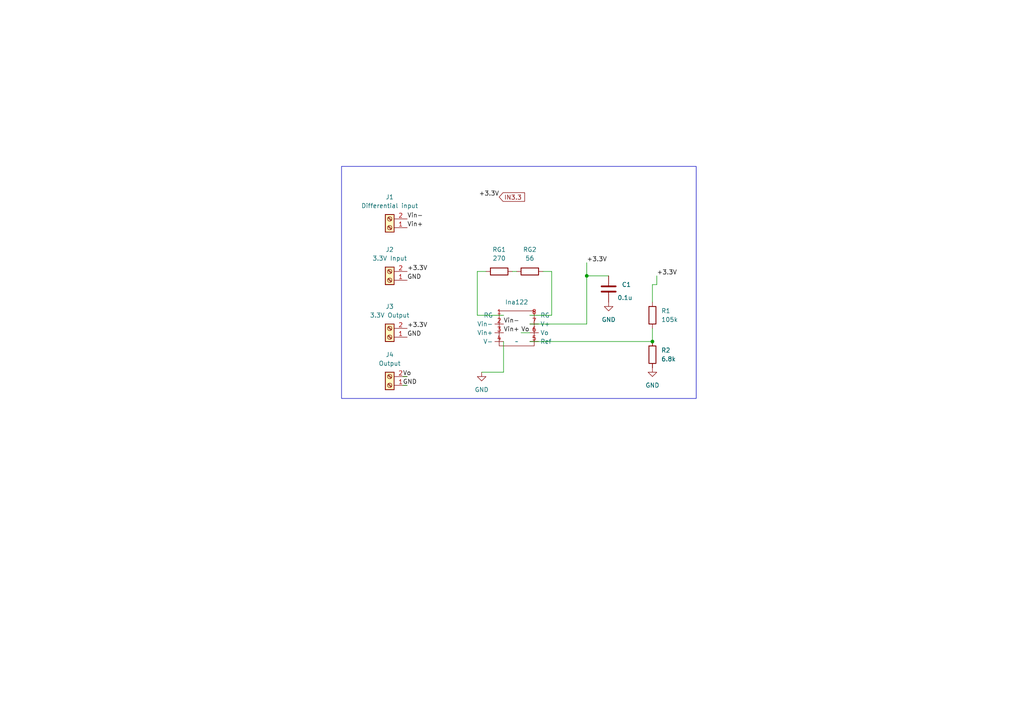
<source format=kicad_sch>
(kicad_sch (version 20230121) (generator eeschema)
  (paper "A4")
  (title_block (title "Differential Amplifier Circuit for Loadcells") (date "2023-12-09") (rev "00") (company "Group 15") (comment 1 "This circuit will apllify the differential in potential from Wheatstone - bridge") (comment 2 "It has 3.3V input ") (comment 3 "v+ , v- input from wheatstone bridge") (comment 4 "3.3V output for Wheatstone-bridge"))
  (lib_symbols
    (symbol "Connector:Screw_Terminal_01x02" (pin_names (offset 1.016) hide)
      (property "Reference" "J" (at 0 2.54 0))
      (property "Value" "Screw_Terminal_01x02" (at 0 -5.08 0))
      (symbol "Screw_Terminal_01x02_1_1"
        (rectangle (start -1.27 1.27) (end 1.27 -3.81) (stroke (width 0.254)) (fill (type background)))
        (circle (center 0 -2.54) (radius 0.635) (stroke (width 0.1524)))
        (polyline (pts (xy -0.5334 -2.2098) (xy 0.3302 -3.048)) (stroke (width 0.1524)))
        (polyline (pts (xy -0.5334 0.3302) (xy 0.3302 -0.508)) (stroke (width 0.1524)))
        (polyline (pts (xy -0.3556 -2.032) (xy 0.508 -2.8702)) (stroke (width 0.1524)))
        (polyline (pts (xy -0.3556 0.508) (xy 0.508 -0.3302)) (stroke (width 0.1524)))
        (circle (center 0 0) (radius 0.635) (stroke (width 0.1524)))
        (pin passive line (at -5.08 0 0) (length 3.81) (name "Pin_1") (number "1"))
        (pin passive line (at -5.08 -2.54 0) (length 3.81) (name "Pin_2") (number "2"))
      )
    )
    (symbol "Device:C" (pin_numbers hide) (pin_names (offset 0.254))
      (property "Reference" "C" (at 0.635 2.54 0))
      (property "Value" "C" (at 0.635 -2.54 0))
      (symbol "C_0_1"
        (polyline (pts (xy -2.032 -0.762) (xy 2.032 -0.762)) (stroke (width 0.508)))
        (polyline (pts (xy -2.032 0.762) (xy 2.032 0.762)) (stroke (width 0.508)))
      )
      (symbol "C_1_1"
        (pin passive line (at 0 3.81 270) (length 2.794) (name "~") (number "1"))
        (pin passive line (at 0 -3.81 90) (length 2.794) (name "~") (number "2"))
      )
    )
    (symbol "Device:R" (pin_numbers hide) (pin_names (offset 0))
      (property "Reference" "R" (at 2.032 0 90))
      (property "Value" "R" (at 0 0 90))
      (symbol "R_0_1"
        (rectangle (start -1.016 -2.54) (end 1.016 2.54) (stroke (width 0.254)))
      )
      (symbol "R_1_1"
        (pin passive line (at 0 3.81 270) (length 1.27) (name "~") (number "1"))
        (pin passive line (at 0 -3.81 90) (length 1.27) (name "~") (number "2"))
      )
    )
    (symbol "New_Library:INA122P"
      (property "Reference" "Ina122p1" (at 0 7.62 0))
      (property "Value" "~" (at 0 -3.81 0))
      (symbol "INA122P_0_1"
        (rectangle (start -5.08 5.08) (end 5.08 -5.08))
      )
      (symbol "INA122P_1_1"
        (pin bidirectional line (at -3.81 3.81 180) (length 2.54) (name "RG") (number "1"))
        (pin input line (at -3.81 1.27 180) (length 2.54) (name "Vin-") (number "2"))
        (pin input line (at -3.81 -1.27 180) (length 2.54) (name "Vin+") (number "3"))
        (pin power_out line (at -3.81 -3.81 180) (length 2.54) (name "V-") (number "4"))
        (pin input line (at 3.81 -3.81 0) (length 2.54) (name "Ref") (number "5"))
        (pin output line (at 3.81 -1.27 0) (length 2.54) (name "Vo") (number "6"))
        (pin input line (at 3.81 1.27 0) (length 2.54) (name "V+") (number "7"))
        (pin bidirectional line (at 3.81 3.81 0) (length 2.54) (name "RG") (number "8"))
      )
    )
    (symbol "power:GND" (power) (pin_names (offset 0))
      (property "Value" "GND" (at 0 -3.81 0))
      (symbol "GND_0_1"
        (polyline (pts (xy 0 0) (xy 0 -1.27) (xy 1.27 -1.27) (xy 0 -2.54) (xy -1.27 -1.27) (xy 0 -1.27)))
      )
      (symbol "GND_1_1"
        (pin power_in line (at 0 0 270) (length 0) hide (name "GND") (number "1"))
      )
    )
  )
  (junction (at 170.18 80.01))
  (junction (at 189.23 99.06))
  (wire (pts (xy 153.67 91.44) (xy 160.02 91.44)))
  (wire (pts (xy 170.18 80.01) (xy 170.18 93.98)))
  (wire (pts (xy 157.48 78.74) (xy 160.02 78.74)))
  (wire (pts (xy 138.43 91.44) (xy 146.05 91.44)))
  (wire (pts (xy 170.18 80.01) (xy 176.53 80.01)))
  (wire (pts (xy 116.84 111.76) (xy 118.11 111.76)))
  (wire (pts (xy 146.05 107.95) (xy 139.7 107.95)))
  (wire (pts (xy 153.67 99.06) (xy 189.23 99.06)))
  (wire (pts (xy 151.13 96.52) (xy 153.67 96.52)))
  (wire (pts (xy 189.23 95.25) (xy 189.23 99.06)))
  (wire (pts (xy 138.43 91.44) (xy 138.43 78.74)))
  (wire (pts (xy 170.18 76.2) (xy 170.18 80.01)))
  (wire (pts (xy 160.02 91.44) (xy 160.02 78.74)))
  (wire (pts (xy 116.84 109.22) (xy 118.11 109.22)))
  (wire (pts (xy 138.43 78.74) (xy 140.97 78.74)))
  (wire (pts (xy 190.5 82.55) (xy 189.23 82.55)))
  (wire (pts (xy 146.05 99.06) (xy 146.05 107.95)))
  (wire (pts (xy 148.59 78.74) (xy 149.86 78.74)))
  (wire (pts (xy 189.23 82.55) (xy 189.23 87.63)))
  (wire (pts (xy 153.67 93.98) (xy 170.18 93.98)))
  (wire (pts (xy 190.5 80.01) (xy 190.5 82.55)))
  (rectangle (start 99.06 48.26) (end 201.93 115.57))
  (label "GND" (at 118.11 97.79 0))
  (label "Vin-" (at 118.11 63.5 0))
  (label "Vin+" (at 118.11 66.04 0))
  (label "GND" (at 118.11 81.28 0))
  (label "GND" (at 116.84 111.76 0))
  (label "+3.3V" (at 190.5 80.01 0))
  (label "+3.3V" (at 144.78 57.15 180))
  (label "+3.3V" (at 170.18 76.2 0))
  (label "Vo" (at 116.84 109.22 0))
  (label "+3.3V" (at 118.11 95.25 0))
  (label "Vin-" (at 146.05 93.98 0))
  (label "+3.3V" (at 118.11 78.74 0))
  (label "Vo" (at 151.13 96.52 0))
  (label "Vin+" (at 146.05 96.52 0))
  (global_label "IN3.3" (shape input) (at 144.78 57.15 0) (property "Intersheetrefs" "${INTERSHEET_REFS}" (effects hide)))
  (symbol (lib_id "power:GND") (at 189.23 106.68 0) (unit 1)
    (property "Reference" "#PWR03" (effects hide))
    (property "Value" "GND" (at 189.23 111.76 0))
  )
  (symbol (lib_id "Device:C") (at 176.53 83.82 0) (unit 1)
    (property "Reference" "C1" (at 180.34 82.55 0) (effects (justify left)))
    (property "Value" "0.1u" (at 179.07 86.36 0) (effects (justify left)))
    (property "Footprint" "Resistor_THT:R_Axial_DIN0309_L9.0mm_D3.2mm_P12.70mm_Horizontal" (effects hide))
  )
  (symbol (lib_id "Connector:Screw_Terminal_01x02") (at 113.03 81.28 180) (unit 1)
    (property "Reference" "J2" (at 113.03 72.39 0))
    (property "Value" "3.3V Input" (at 113.03 74.93 0))
    (property "Footprint" "Connector_PinSocket_1.27mm:PinSocket_1x02_P1.27mm_Vertical" (effects hide))
  )
  (symbol (lib_id "New_Library:INA122P") (at 149.86 95.25 0) (unit 1)
    (property "Reference" "Ina122" (at 149.86 87.63 0))
    (property "Value" "~" (at 149.86 99.06 0))
    (property "Footprint" "Package_DIP:DIP-8_W7.62mm_Socket_LongPads" (effects hide))
  )
  (symbol (lib_id "Connector:Screw_Terminal_01x02") (at 113.03 97.79 180) (unit 1)
    (property "Reference" "J3" (at 113.03 88.9 0))
    (property "Value" "3.3V Output" (at 113.03 91.44 0))
    (property "Footprint" "TerminalBlock:TerminalBlock_Altech_AK300-2_P5.00mm" (effects hide))
  )
  (symbol (lib_id "power:GND") (at 176.53 87.63 0) (unit 1)
    (property "Reference" "#PWR02" (effects hide))
    (property "Value" "GND" (at 176.53 92.71 0))
  )
  (symbol (lib_id "Device:R") (at 153.67 78.74 270) (unit 1)
    (property "Reference" "RG2" (at 153.67 72.39 90))
    (property "Value" "56" (at 153.67 74.93 90))
    (property "Footprint" "Resistor_THT:R_Axial_DIN0207_L6.3mm_D2.5mm_P10.16mm_Horizontal" (effects hide))
  )
  (symbol (lib_id "Connector:Screw_Terminal_01x02") (at 113.03 66.04 180) (unit 1)
    (property "Reference" "J1" (at 113.03 57.15 0))
    (property "Value" "Differential input" (at 113.03 59.69 0))
    (property "Footprint" "TerminalBlock:TerminalBlock_Altech_AK300-2_P5.00mm" (effects hide))
  )
  (symbol (lib_id "Device:R") (at 189.23 102.87 0) (unit 1)
    (property "Reference" "R2" (at 191.77 101.6 0) (effects (justify left)))
    (property "Value" "6.8k" (at 191.77 104.14 0) (effects (justify left)))
    (property "Footprint" "Resistor_THT:R_Axial_DIN0207_L6.3mm_D2.5mm_P10.16mm_Horizontal" (effects hide))
  )
  (symbol (lib_id "power:GND") (at 139.7 107.95 0) (unit 1)
    (property "Reference" "#PWR01" (effects hide))
    (property "Value" "GND" (at 139.7 113.03 0))
  )
  (symbol (lib_id "Connector:Screw_Terminal_01x02") (at 113.03 111.76 180) (unit 1)
    (property "Reference" "J4" (at 113.03 102.87 0))
    (property "Value" "Output" (at 113.03 105.41 0))
    (property "Footprint" "Connector_PinHeader_1.27mm:PinHeader_1x02_P1.27mm_Vertical" (effects hide))
  )
  (symbol (lib_id "Device:R") (at 144.78 78.74 270) (unit 1)
    (property "Reference" "RG1" (at 144.78 72.39 90))
    (property "Value" "270" (at 144.78 74.93 90))
    (property "Footprint" "Resistor_THT:R_Axial_DIN0207_L6.3mm_D2.5mm_P10.16mm_Horizontal" (effects hide))
  )
  (symbol (lib_id "Device:R") (at 189.23 91.44 0) (unit 1)
    (property "Reference" "R1" (at 191.77 90.17 0) (effects (justify left)))
    (property "Value" "105k" (at 191.77 92.71 0) (effects (justify left)))
    (property "Footprint" "Resistor_THT:R_Axial_DIN0207_L6.3mm_D2.5mm_P10.16mm_Horizontal" (effects hide))
  )
)
</source>
